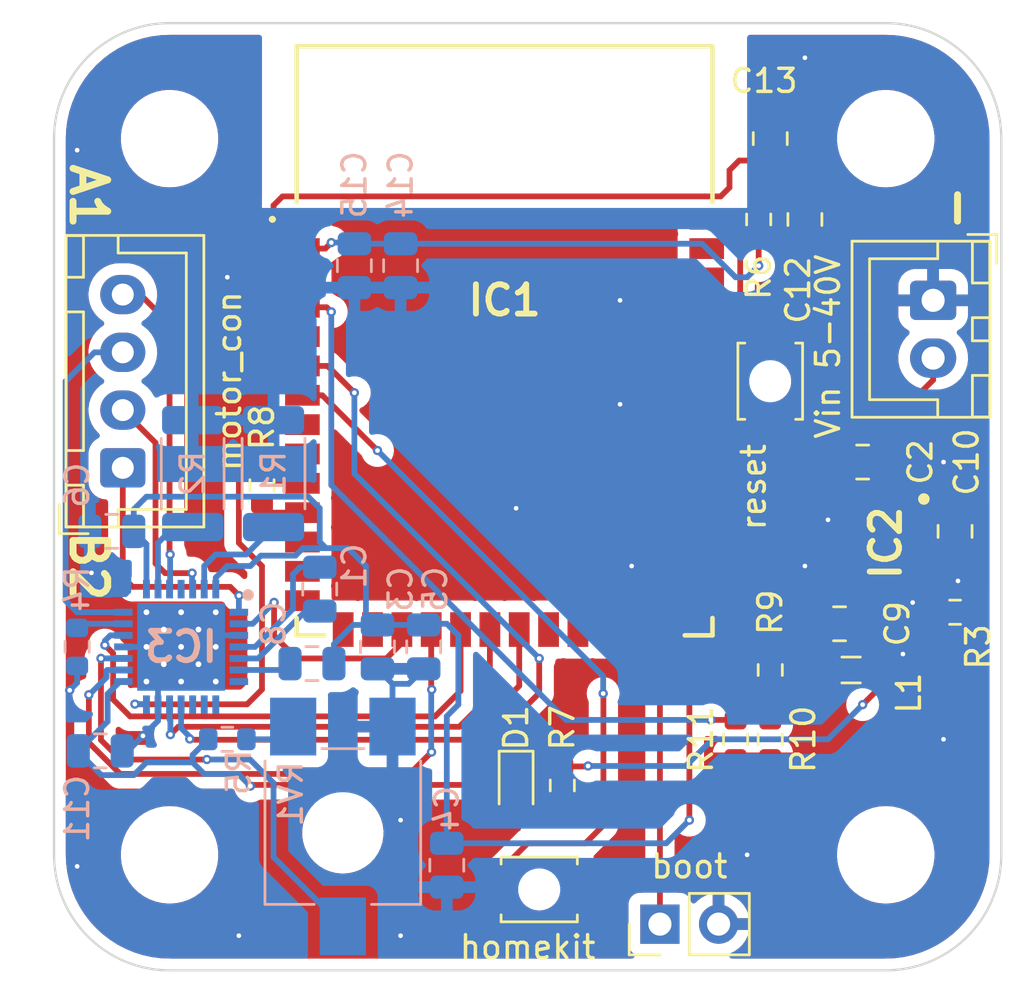
<source format=kicad_pcb>
(kicad_pcb (version 20211014) (generator pcbnew)
  (title_block (comment 4 "AISLER Project ID: RAMMTZQH"))
  (layers (0 "F.Cu" signal) (31 "B.Cu" signal) (34 "B.Paste" user) (35 "F.Paste" user) (36 "B.SilkS" user "B.Silkscreen") (37 "F.SilkS" user "F.Silkscreen") (38 "B.Mask" user) (39 "F.Mask" user) (44 "Edge.Cuts" user))
  (net 0 "")
  (net 1 "Net-(C1-Pad1)")
  (net 2 "Net-(C1-Pad2)")
  (net 3 "GND")
  (net 4 "/VS_input")
  (net 5 "Net-(C8-Pad1)")
  (net 6 "Net-(C9-Pad1)")
  (net 7 "Net-(C9-Pad2)")
  (net 8 "+3V3")
  (net 9 "/EN")
  (net 10 "/HK_led")
  (net 11 "Net-(D1-Pad2)")
  (net 12 "/ADC_battery")
  (net 14 "/HK-button")
  (net 17 "/TMC_uart")
  (net 18 "Net-(IC1-Pad11)")
  (net 24 "/TMC_en")
  (net 25 "/TMC_step")
  (net 26 "/TMC_dir")
  (net 27 "/TMC_index")
  (net 28 "/TMC_diag")
  (net 34 "Net-(IC1-Pad27)")
  (net 43 "/RX0")
  (net 44 "/TX0")
  (net 48 "Net-(IC2-Pad10)")
  (net 49 "/B2")
  (net 54 "Net-(IC3-Pad17)")
  (net 55 "Net-(IC3-Pad20)")
  (net 56 "/A2")
  (net 57 "Net-(IC3-Pad23)")
  (net 58 "/A1")
  (net 60 "/B1")
  (net 61 "Net-(IC3-Pad27)")
  (net 62 "Net-(R5-Pad2)")
  (footprint "Capacitor_SMD:C_0805_2012Metric" (layer "F.Cu") (at 127.5 103.5 90)
    (fp_text reference "C12")
    (fp_text value "1uF")
  )
  (footprint "Button_Switch_SMD:SW_SPST_B3U-1000P-B" (layer "F.Cu") (at 126 110.5 -90)
    (fp_text reference "SW1" hide)
    (fp_text value "reset")
  )
  (footprint "SamacSys_Parts:SON50P300X300X80-11N-D" (layer "F.Cu") (at 131 117.5 -90)
    (fp_text reference "IC2")
    (fp_text value "LT3973EDD-3.3#PBF" hide)
  )
  (footprint "Resistor_SMD:R_0603_1608Metric" (layer "F.Cu") (at 126 126 -90)
    (fp_text reference "R10")
    (fp_text value "12k")
  )
  (footprint "MountingHole:MountingHole_3.2mm_M3" (layer "F.Cu") (at 131 100)
    (fp_text reference "H2")
    (fp_text value "MountingHole")
  )
  (footprint "LED_SMD:LED_0603_1608Metric" (layer "F.Cu") (at 115 128 -90)
    (fp_text reference "D1")
    (fp_text value "LED green")
  )
  (footprint "Connector_JST:JST_XH_B4B-XH-A_1x04_P2.50mm_Vertical" (layer "F.Cu") (at 97.975 114.25 90)
    (fp_text reference "J2")
    (fp_text value "motor_con")
  )
  (footprint "Resistor_SMD:R_0603_1608Metric" (layer "F.Cu") (at 126 123 -90)
    (fp_text reference "R9")
    (fp_text value "33k")
  )
  (footprint "Capacitor_SMD:C_0805_2012Metric" (layer "F.Cu") (at 129 121 180)
    (fp_text reference "C9")
    (fp_text value "0.47uF")
  )
  (footprint "Resistor_SMD:R_0603_1608Metric" (layer "F.Cu") (at 134 120.5)
    (fp_text reference "R3")
    (fp_text value "215k")
  )
  (footprint "Inductor_SMD:L_0805_2012Metric" (layer "F.Cu") (at 129.5 123)
    (fp_text reference "L1")
    (fp_text value "15uH")
  )
  (footprint "Capacitor_SMD:C_0805_2012Metric" (layer "F.Cu") (at 126 100 90)
    (fp_text reference "C13")
    (fp_text value "0.1uF")
  )
  (footprint "Button_Switch_SMD:SW_SPST_B3U-1000P-B" (layer "F.Cu") (at 116 132.5)
    (fp_text reference "SW2")
    (fp_text value "homekit")
  )
  (footprint "Resistor_SMD:R_0603_1608Metric" (layer "F.Cu") (at 104 115 90)
    (fp_text reference "R8")
    (fp_text value "10k")
  )
  (footprint "Resistor_SMD:R_0603_1608Metric" (layer "F.Cu") (at 125.5 103.5 90)
    (fp_text reference "R6")
    (fp_text value "10k")
  )
  (footprint "MountingHole:MountingHole_3.2mm_M3" (layer "F.Cu") (at 100 100)
    (fp_text reference "H1")
    (fp_text value "MountingHole")
  )
  (footprint "SamacSys_Parts:ESP32S3WROOM1N4R2" (layer "F.Cu") (at 114.5 109)
    (fp_text reference "IC1")
    (fp_text value "ESP32-S3-WROOM-1-N4R2" hide)
  )
  (footprint "Capacitor_SMD:C_0805_2012Metric" (layer "F.Cu") (at 130 114)
    (fp_text reference "C2")
    (fp_text value "4.7uF")
  )
  (footprint "Connector_JST:JST_XH_B2B-XH-A_1x02_P2.50mm_Vertical" (layer "F.Cu") (at 133.05 107 -90)
    (fp_text reference "J1")
    (fp_text value "Vin 5-40V")
  )
  (footprint "Resistor_SMD:R_0603_1608Metric" (layer "F.Cu") (at 117 128 90)
    (fp_text reference "R7")
    (fp_text value "110")
  )
  (footprint "MountingHole:MountingHole_3.2mm_M3" (layer "F.Cu") (at 100 131)
    (fp_text reference "H3")
    (fp_text value "MountingHole")
  )
  (footprint "MountingHole:MountingHole_3.2mm_M3" (layer "F.Cu") (at 131 131)
    (fp_text reference "H4")
    (fp_text value "MountingHole")
  )
  (footprint "Resistor_SMD:R_0603_1608Metric" (layer "F.Cu") (at 124.5 126 -90)
    (fp_text reference "R11")
    (fp_text value "100k")
  )
  (footprint "Connector_PinHeader_2.54mm:PinHeader_1x02_P2.54mm_Vertical" (layer "F.Cu") (at 121.225 134 90)
    (fp_text reference "J3")
    (fp_text value "boot")
  )
  (footprint "Capacitor_SMD:C_0805_2012Metric" (layer "F.Cu") (at 134 117 90)
    (fp_text reference "C10")
    (fp_text value "22uF")
  )
  (footprint "Capacitor_SMD:C_0805_2012Metric" (layer "B.Cu") (at 111 122 90)
    (fp_text reference "C5")
    (fp_text value "1uF/50V")
  )
  (footprint "Capacitor_SMD:C_0805_2012Metric" (layer "B.Cu") (at 106.5 119.5 -90)
    (fp_text reference "C1")
    (fp_text value "22nF/50V")
  )
  (footprint "Capacitor_SMD:C_0805_2012Metric" (layer "B.Cu") (at 109 122 -90)
    (fp_text reference "C3")
    (fp_text value "100nF/50V")
  )
  (footprint "Capacitor_SMD:C_0805_2012Metric" (layer "B.Cu") (at 106.165009 122.72388)
    (fp_text reference "C8")
    (fp_text value "100nF/50V")
  )
  (footprint "SamacSys_Parts:QFN50P500X500X90-29N" (layer "B.Cu") (at 100.5 122 180)
    (fp_text reference "IC3")
    (fp_text value "TMC2209-LA" hide)
  )
  (footprint "Resistor_SMD:R_0603_1608Metric" (layer "B.Cu") (at 96 122 -90)
    (fp_text reference "R4")
    (fp_text value "100k")
  )
  (footprint "Resistor_SMD:R_0603_1608Metric" (layer "B.Cu") (at 102.5 126)
    (fp_text reference "R5")
    (fp_text value "20k")
  )
  (footprint "Capacitor_SMD:C_0805_2012Metric" (layer "B.Cu") (at 108 105.5 90)
    (fp_text reference "C15")
    (fp_text value "0.1uF")
  )
  (footprint "Capacitor_SMD:C_0805_2012Metric" (layer "B.Cu") (at 97 126.5)
    (fp_text reference "C11")
    (fp_text value "100nF/10V")
  )
  (footprint "Resistor_SMD:R_2010_5025Metric" (layer "B.Cu") (at 101 114.5 90)
    (fp_text reference "R2")
    (fp_text value "0R11")
  )
  (footprint "Capacitor_SMD:C_0805_2012Metric" (layer "B.Cu") (at 97.5 117)
    (fp_text reference "C6")
    (fp_text value "1uF/50V")
  )
  (footprint "Potentiometer_SMD:Potentiometer_ACP_CA6-VSMD_Vertical_Hole" (layer "B.Cu") (at 107.5 129.775 -90)
    (fp_text reference "RV1")
    (fp_text value "20k")
  )
  (footprint "Capacitor_SMD:C_0805_2012Metric" (layer "B.Cu") (at 110 105.5 -90)
    (fp_text reference "C14")
    (fp_text value "22uF")
  )
  (footprint "Capacitor_SMD:C_0805_2012Metric" (layer "B.Cu") (at 112 131.45 -90)
    (fp_text reference "C4")
    (fp_text value "100nF/50V")
  )
  (footprint "Resistor_SMD:R_2010_5025Metric" (layer "B.Cu") (at 104.5 114.5 90)
    (fp_text reference "R1")
    (fp_text value "0R11")
  )
  (gr_arc (start 131 95) (mid 134.535534 96.464466) (end 136 100) (layer "Edge.Cuts") (width 0.1))
  (gr_arc (start 100 136) (mid 96.464466 134.535534) (end 95 131) (layer "Edge.Cuts") (width 0.1))
  (gr_arc (start 136 131) (mid 134.535534 134.535534) (end 131 136) (layer "Edge.Cuts") (width 0.1))
  (gr_arc (start 95 100) (mid 96.464466 96.464466) (end 100 95) (layer "Edge.Cuts") (width 0.1))
  (gr_line (start 136 131) (end 136 100) (layer "Edge.Cuts") (width 0.1))
  (gr_line (start 100 136) (end 131 136) (layer "Edge.Cuts") (width 0.1))
  (gr_line (start 131 95) (end 100 95) (layer "Edge.Cuts") (width 0.1))
  (gr_line (start 95 100) (end 95 131) (layer "Edge.Cuts") (width 0.1))
  (gr_text "A1" (at 96.5 102.5 270) (layer "F.SilkS") (effects (font (size 1.5 1.5) (thickness 0.3))))
  (gr_text "-" (at 134 103 90) (layer "F.SilkS") (effects (font (size 1.5 1.5) (thickness 0.3))))
  (gr_text "B2" (at 96.5 118.5 270) (layer "F.SilkS") (effects (font (size 1.5 1.5) (thickness 0.3))))
  (segment (start 103 122) (end 103.699022 122) (width 0.25) (layer "B.Cu") (net 1))
  (segment (start 105.342541 120.356481) (end 105.342541 118.857336) (width 0.25) (layer "B.Cu") (net 1))
  (segment (start 105.649877 118.55) (end 106.5 118.55) (width 0.25) (layer "B.Cu") (net 1))
  (segment (start 105.342541 118.857336) (end 105.649877 118.55) (width 0.25) (layer "B.Cu") (net 1))
  (segment (start 103.699022 122) (end 105.342541 120.356481) (width 0.25) (layer "B.Cu") (net 1))
  (segment (start 103.83474 122.5) (end 105.88474 120.45) (width 0.25) (layer "B.Cu") (net 2))
  (segment (start 103 122.5) (end 103.83474 122.5) (width 0.25) (layer "B.Cu") (net 2))
  (segment (start 105.88474 120.45) (end 106.5 120.45) (width 0.25) (layer "B.Cu") (net 2))
  (segment (start 130 116) (end 129 116) (width 0.25) (layer "F.Cu") (net 3))
  (segment (start 129 116) (end 128.5 116.5) (width 0.25) (layer "F.Cu") (net 3))
  (via (at 96.618702 118.795568) (size 0.4) (drill 0.2) (layers "F.Cu" "B.Cu") (net 3))
  (via (at 119.5 111.5) (size 0.4) (drill 0.2) (layers "F.Cu" "B.Cu") (net 3))
  (via (at 99.75 121.25) (size 0.5) (drill 0.25) (layers "F.Cu" "B.Cu") (net 3))
  (via (at 100.5 123.5) (size 0.5) (drill 0.25) (layers "F.Cu" "B.Cu") (net 3))
  (via (at 101.25 122.75) (size 0.5) (drill 0.25) (layers "F.Cu" "B.Cu") (net 3))
  (via (at 102 120.5) (size 0.5) (drill 0.25) (layers "F.Cu" "B.Cu") (net 3))
  (via (at 125 131) (size 0.4) (drill 0.2) (layers "F.Cu" "B.Cu") (net 3))
  (via (at 115 116) (size 0.4) (drill 0.2) (layers "F.Cu" "B.Cu") (net 3))
  (via (at 133.5 114) (size 0.4) (drill 0.2) (layers "F.Cu" "B.Cu") (net 3))
  (via (at 110 134.5) (size 0.4) (drill 0.2) (layers "F.Cu" "B.Cu") (net 3))
  (via (at 134.125474 119.144247) (size 0.4) (drill 0.2) (layers "F.Cu" "B.Cu") (net 3))
  (via (at 96 100.5) (size 0.4) (drill 0.2) (layers "F.Cu" "B.Cu") (net 3))
  (via (at 96 131.5) (size 0.4) (drill 0.2) (layers "F.Cu" "B.Cu") (net 3))
  (via (at 102.5 106) (size 0.4) (drill 0.2) (layers "F.Cu" "B.Cu") (net 3))
  (via (at 120 118.5) (size 0.4) (drill 0.2) (layers "F.Cu" "B.Cu") (net 3))
  (via (at 132.164686 120.080677) (size 0.4) (drill 0.2) (layers "F.Cu" "B.Cu") (net 3))
  (via (at 100.5 122) (size 0.5) (drill 0.25) (layers "F.Cu" "B.Cu") (net 3))
  (via (at 98.849511 125.849511) (size 0.4) (drill 0.2) (layers "F.Cu" "B.Cu") (net 3))
  (via (at 99 122) (size 0.5) (drill 0.25) (layers "F.Cu" "B.Cu") (net 3))
  (via (at 95.677521 123.877556) (size 0.4) (drill 0.2) (layers "F.Cu" "B.Cu") (net 3))
  (via (at 127.5 118.5) (size 0.4) (drill 0.2) (layers "F.Cu" "B.Cu") (net 3))
  (via (at 101.25 121.25) (size 0.5) (drill 0.25) (layers "F.Cu" "B.Cu") (net 3))
  (via (at 99 120.5) (size 0.5) (drill 0.25) (layers "F.Cu" "B.Cu") (net 3))
  (via (at 103 134.5) (size 0.4) (drill 0.2) (layers "F.Cu" "B.Cu") (net 3))
  (via (at 99 123.5) (size 0.5) (drill 0.25) (layers "F.Cu" "B.Cu") (net 3))
  (via (at 128.5 116.5) (size 0.4) (drill 0.2) (layers "F.Cu" "B.Cu") (net 3))
  (via (at 102 123.5) (size 0.5) (drill 0.25) (layers "F.Cu" "B.Cu") (net 3))
  (via (at 131.742633 122.309644) (size 0.4) (drill 0.2) (layers "F.Cu" "B.Cu") (net 3))
  (via (at 133.5 126) (size 0.4) (drill 0.2) (layers "F.Cu" "B.Cu") (net 3))
  (via (at 99.75 122.75) (size 0.5) (drill 0.25) (layers "F.Cu" "B.Cu") (net 3))
  (via (at 100.5 120.5) (size 0.5) (drill 0.25) (layers "F.Cu" "B.Cu") (net 3))
  (via (at 119.5 107) (size 0.4) (drill 0.2) (layers "F.Cu" "B.Cu") (net 3))
  (via (at 102 122) (size 0.5) (drill 0.25) (layers "F.Cu" "B.Cu") (net 3))
  (via (at 110 129.5) (size 0.4) (drill 0.2) (layers "F.Cu" "B.Cu") (net 3))
  (via (at 127.5 96.5) (size 0.4) (drill 0.2) (layers "F.Cu" "B.Cu") (net 3))
  (segment (start 99.5 124.5) (end 99.5 123.800978) (width 0.25) (layer "B.Cu") (net 3))
  (segment (start 102.300978 121.5) (end 102 121.800978) (width 0.25) (layer "B.Cu") (net 3))
  (segment (start 96 123.555077) (end 95.677521 123.877556) (width 0.25) (layer "B.Cu") (net 3))
  (segment (start 98.849511 125.849511) (end 99.5 125.199022) (width 0.25) (layer "B.Cu") (net 3))
  (segment (start 102 121.800978) (end 102 122) (width 0.25) (layer "B.Cu") (net 3))
  (segment (start 109.65 123.6) (end 109 122.95) (width 0.25) (layer "B.Cu") (net 3))
  (segment (start 103 121.5) (end 102.300978 121.5) (width 0.25) (layer "B.Cu") (net 3))
  (segment (start 109.65 123.6) (end 110.35 123.6) (width 0.25) (layer "B.Cu") (net 3))
  (segment (start 99.5 123.800978) (end 99.199022 123.5) (width 0.25) (layer "B.Cu") (net 3))
  (segment (start 110.35 123.6) (end 111 122.95) (width 0.25) (layer "B.Cu") (net 3))
  (segment (start 97.95 126.5) (end 98.199022 126.5) (width 0.25) (layer "B.Cu") (net 3))
  (segment (start 98.199022 126.5) (end 98.849511 125.849511) (width 0.25) (layer "B.Cu") (net 3))
  (segment (start 98 122) (end 99 122) (width 0.25) (layer "B.Cu") (net 3))
  (segment (start 99.199022 123.5) (end 99 123.5) (width 0.25) (layer "B.Cu") (net 3))
  (segment (start 109.65 125.45) (end 109.65 123.6) (width 0.25) (layer "B.Cu") (net 3))
  (segment (start 96 122.825) (end 96 123.555077) (width 0.25) (layer "B.Cu") (net 3))
  (segment (start 99.5 125.199022) (end 99.5 124.5) (width 0.25) (layer "B.Cu") (net 3))
  (segment (start 133.05 110.45) (end 133.05 109.5) (width 0.25) (layer "F.Cu") (net 4))
  (segment (start 126 122.175) (end 126 117) (width 0.25) (layer "F.Cu") (net 4))
  (segment (start 130.95 114) (end 130.95 112.55) (width 0.25) (layer "F.Cu") (net 4))
  (segment (start 126 122.175) (end 124.325 122.175) (width 0.25) (layer "F.Cu") (net 4))
  (segment (start 130.95 112.55) (end 133.05 110.45) (width 0.25) (layer "F.Cu") (net 4))
  (segment (start 122.5 124) (end 122.5 129.5) (width 0.25) (layer "F.Cu") (net 4))
  (segment (start 131 116) (end 130.5 116) (width 0.25) (layer "F.Cu") (net 4))
  (segment (start 131 114.05) (end 130.95 114) (width 0.25) (layer "F.Cu") (net 4))
  (segment (start 124.325 122.175) (end 122.5 124) (width 0.25) (layer "F.Cu") (net 4))
  (segment (start 126 117) (end 127.95048 115.04952) (width 0.25) (layer "F.Cu") (net 4))
  (segment (start 127.95048 115.04952) (end 130.248542 115.04952) (width 0.25) (layer "F.Cu") (net 4))
  (segment (start 131 116) (end 131 114.05) (width 0.25) (layer "F.Cu") (net 4))
  (segment (start 130.248542 115.04952) (end 130.5 115.300978) (width 0.25) (layer "F.Cu") (net 4))
  (segment (start 130.5 115.300978) (end 130.5 116) (width 0.25) (layer "F.Cu") (net 4))
  (via (at 122.5 129.5) (size 0.4) (drill 0.2) (layers "F.Cu" "B.Cu") (net 4))
  (segment (start 98.45 116.05) (end 98.45 117) (width 0.25) (layer "B.Cu") (net 4))
  (segment (start 110.5 121.05) (end 108.5 121.05) (width 0.25) (layer "B.Cu") (net 4))
  (segment (start 112 125) (end 112.5 124.5) (width 0.25) (layer "B.Cu") (net 4))
  (segment (start 103.94952 118.05048) (end 103.5 118.5) (width 0.25) (layer "B.Cu") (net 4))
  (segment (start 106.77452 117.72548) (end 105.77452 117.72548) (width 0.25) (layer "B.Cu") (net 4))
  (segment (start 112.5 124.5) (end 112.5 121.5) (width 0.25) (layer "B.Cu") (net 4))
  (segment (start 110.55 121) (end 110.5 121.05) (width 0.25) (layer "B.Cu") (net 4))
  (segment (start 99 115.5) (end 98.45 116.05) (width 0.25) (layer "B.Cu") (net 4))
  (segment (start 106 115.5) (end 99 115.5) (width 0.25) (layer "B.Cu") (net 4))
  (segment (start 108.5 121.05) (end 108.5 118.5) (width 0.25) (layer "B.Cu") (net 4))
  (segment (start 112.5 121.5) (end 112 121) (width 0.25) (layer "B.Cu") (net 4))
  (segment (start 102 119) (end 102 119.5) (width 0.25) (layer "B.Cu") (net 4))
  (segment (start 107.115009 122.72388) (end 107.115009 121.884991) (width 0.25) (layer "B.Cu") (net 4))
  (segment (start 112 121) (end 110.55 121) (width 0.25) (layer "B.Cu") (net 4))
  (segment (start 107.72548 117.72548) (end 106.77452 117.72548) (width 0.25) (layer "B.Cu") (net 4))
  (segment (start 121.5 130.5) (end 112 130.5) (width 0.25) (layer "B.Cu") (net 4))
  (segment (start 99 117.55) (end 99 119.5) (width 0.25) (layer "B.Cu") (net 4))
  (segment (start 103.5 118.5) (end 102.5 118.5) (width 0.25) (layer "B.Cu") (net 4))
  (segment (start 106.77452 117.72548) (end 106.5 117.45096) (width 0.25) (layer "B.Cu") (net 4))
  (segment (start 102.5 118.5) (end 102 119) (width 0.25) (layer "B.Cu") (net 4))
  (segment (start 107.95 121.05) (end 109 121.05) (width 0.25) (layer "B.Cu") (net 4))
  (segment (start 108.5 118.5) (end 107.72548 117.72548) (width 0.25) (layer "B.Cu") (net 4))
  (segment (start 107.115009 121.884991) (end 107.95 121.05) (width 0.25) (layer "B.Cu") (net 4))
  (segment (start 122.5 129.5) (end 121.5 130.5) (width 0.25) (layer "B.Cu") (net 4))
  (segment (start 105.44952 118.05048) (end 103.94952 118.05048) (width 0.25) (layer "B.Cu") (net 4))
  (segment (start 98.45 117) (end 99 117.55) (width 0.25) (layer "B.Cu") (net 4))
  (segment (start 106.5 117.45096) (end 106.5 116) (width 0.25) (layer "B.Cu") (net 4))
  (segment (start 105.77452 117.72548) (end 105.44952 118.05048) (width 0.25) (layer "B.Cu") (net 4))
  (segment (start 112 130.5) (end 112 125) (width 0.25) (layer "B.Cu") (net 4))
  (segment (start 106.5 116) (end 106 115.5) (width 0.25) (layer "B.Cu") (net 4))
  (segment (start 103 123) (end 104.938889 123) (width 0.25) (layer "B.Cu") (net 5))
  (segment (start 104.938889 123) (end 105.215009 122.72388) (width 0.25) (layer "B.Cu") (net 5))
  (segment (start 130.5 120.45) (end 130.5 119) (width 0.25) (layer "F.Cu") (net 6))
  (segment (start 129.95 121) (end 130.5 120.45) (width 0.25) (layer "F.Cu") (net 6))
  (segment (start 128.05 121) (end 128.05 122.6125) (width 0.25) (layer "F.Cu") (net 7))
  (segment (start 128.05 121) (end 128.05 119.95) (width 0.25) (layer "F.Cu") (net 7))
  (segment (start 129 119) (end 130 119) (width 0.25) (layer "F.Cu") (net 7))
  (segment (start 128.05 122.6125) (end 128.4375 123) (width 0.25) (layer "F.Cu") (net 7))
  (segment (start 128.05 119.95) (end 129 119) (width 0.25) (layer "F.Cu") (net 7))
  (segment (start 135 105) (end 135 115.05) (width 0.25) (layer "F.Cu") (net 8))
  (segment (start 103.549979 127.97452) (end 116.20048 127.97452) (width 0.25) (layer "F.Cu") (net 8))
  (segment (start 135 115.05) (end 134 116.05) (width 0.25) (layer "F.Cu") (net 8))
  (segment (start 130.5625 123.9375) (end 130.5625 123) (width 0.25) (layer "F.Cu") (net 8))
  (segment (start 125.5 105.5) (end 125.5 104.325) (width 0.25) (layer "F.Cu") (net 8))
  (segment (start 134 116.05) (end 132.686197 117.363803) (width 0.25) (layer "F.Cu") (net 8))
  (segment (start 132 123) (end 130.5625 123) (width 0.25) (layer "F.Cu") (net 8))
  (segment (start 134 121) (end 132 123) (width 0.25) (layer "F.Cu") (net 8))
  (segment (start 127.375 104.325) (end 127.5 104.45) (width 0.25) (layer "F.Cu") (net 8))
  (segment (start 130 124.5) (end 130.5625 123.9375) (width 0.25) (layer "F.Cu") (net 8))
  (segment (start 127.5 104.45) (end 134.45 104.45) (width 0.25) (layer "F.Cu") (net 8))
  (segment (start 117 127.175) (end 118.095398 127.175) (width 0.25) (layer "F.Cu") (net 8))
  (segment (start 132.686197 118.55048) (end 134 119.864283) (width 0.25) (layer "F.Cu") (net 8))
  (segment (start 134 116.05) (end 133.95 116) (width 0.25) (layer "F.Cu") (net 8))
  (segment (start 116.20048 127.97452) (end 117 127.175) (width 0.25) (layer "F.Cu") (net 8))
  (segment (start 106.74 104.76) (end 107 104.5) (width 0.25) (layer "F.Cu") (net 8))
  (segment (start 118.095398 127.175) (end 118.115692 127.154706) (width 0.25) (layer "F.Cu") (net 8))
  (segment (start 130.5625 123) (end 131 122.5625) (width 0.25) (layer "F.Cu") (net 8))
  (segment (start 134 119.864283) (end 134 121) (width 0.25) (layer "F.Cu") (net 8))
  (segment (start 125.5 104.325) (end 127.375 104.325) (width 0.25) (layer "F.Cu") (net 8))
  (segment (start 133.95 116) (end 131.5 116) (width 0.25) (layer "F.Cu") (net 8))
  (segment (start 131 122.5625) (end 131 119) (width 0.25) (layer "F.Cu") (net 8))
  (segment (start 103.499999 128.0245) (end 103.549979 127.97452) (width 0.25) (layer "F.Cu") (net 8))
  (segment (start 132.686197 117.363803) (end 132.686197 118.55048) (width 0.25) (layer "F.Cu") (net 8))
  (segment (start 134.45 104.45) (end 135 105) (width 0.25) (layer "F.Cu") (net 8))
  (segment (start 105.75 104.76) (end 106.74 104.76) (width 0.25) (layer "F.Cu") (net 8))
  (via (at 125.5 105.5) (size 0.4) (drill 0.2) (layers "F.Cu" "B.Cu") (net 8))
  (via (at 107 104.5) (size 0.4) (drill 0.2) (layers "F.Cu" "B.Cu") (net 8))
  (via (at 103.499999 128.0245) (size 0.4) (drill 0.2) (layers "F.Cu" "B.Cu") (net 8))
  (via (at 130 124.5) (size 0.4) (drill 0.2) (layers "F.Cu" "B.Cu") (net 8))
  (via (at 118.115692 127.154706) (size 0.4) (drill 0.2) (layers "F.Cu" "B.Cu") (net 8))
  (segment (start 97.853321 123.5) (end 98 123.5) (width 0.25) (layer "B.Cu") (net 8))
  (segment (start 108 104.55) (end 110 104.55) (width 0.25) (layer "B.Cu") (net 8))
  (segment (start 96.05 126.5) (end 96.05 126.55) (width 0.25) (layer "B.Cu") (net 8))
  (segment (start 101 126.675) (end 101.675 126) (width 0.25) (layer "B.Cu") (net 8))
  (segment (start 96.05 126.55) (end 97.04952 127.54952) (width 0.25) (layer "B.Cu") (net 8))
  (segment (start 96.05 126.5) (end 97.31916 125.23084) (width 0.25) (layer "B.Cu") (net 8))
  (segment (start 97.04952 127.54952) (end 98.45048 127.54952) (width 0.25) (layer "B.Cu") (net 8))
  (segment (start 124.5 106) (end 125 106) (width 0.25) (layer "B.Cu") (net 8))
  (segment (start 107 104.5) (end 107.95 104.5) (width 0.25) (layer "B.Cu") (net 8))
  (segment (start 99 127) (end 101 127) (width 0.25) (layer "B.Cu") (net 8))
  (segment (start 101.499382 127.5) (end 101 127.000618) (width 0.25) (layer "B.Cu") (net 8))
  (segment (start 123.05 104.55) (end 124.5 106) (width 0.25) (layer "B.Cu") (net 8))
  (segment (start 125 106) (end 125.5 105.5) (width 0.25) (layer "B.Cu") (net 8))
  (segment (start 107.95 104.5) (end 108 104.55) (width 0.25) (layer "B.Cu") (net 8))
  (segment (start 97.31916 125.23084) (end 97.31916 124.034161) (width 0.25) (layer "B.Cu") (net 8))
  (segment (start 101 127.000618) (end 101 127) (width 0.25) (layer "B.Cu") (net 8))
  (segment (start 103.499999 128.0245) (end 102.975499 127.5) (width 0.25) (layer "B.Cu") (net 8))
  (segment (start 110 104.55) (end 123.05 104.55) (width 0.25) (layer "B.Cu") (net 8))
  (segment (start 127 126) (end 128.5 126) (width 0.25) (layer "B.Cu") (net 8))
  (segment (start 123.5 126) (end 127 126) (width 0.25) (layer "B.Cu") (net 8))
  (segment (start 102.975499 127.5) (end 101.499382 127.5) (width 0.25) (layer "B.Cu") (net 8))
  (segment (start 122.345294 127.154706) (end 123.5 126) (width 0.25) (layer "B.Cu") (net 8))
  (segment (start 118.115692 127.154706) (end 122.345294 127.154706) (width 0.25) (layer "B.Cu") (net 8))
  (segment (start 98.45048 127.54952) (end 99 127) (width 0.25) (layer "B.Cu") (net 8))
  (segment (start 97.31916 124.034161) (end 97.853321 123.5) (width 0.25) (layer "B.Cu") (net 8))
  (segment (start 101 127) (end 101 126.675) (width 0.25) (layer "B.Cu") (net 8))
  (segment (start 128.5 126) (end 130 124.5) (width 0.25) (layer "B.Cu") (net 8))
  (segment (start 125.5 102.675) (end 125.5 101.45) (width 0.25) (layer "F.Cu") (net 9))
  (segment (start 126 108.8) (end 125.8 108.8) (width 0.25) (layer "F.Cu") (net 9))
  (segment (start 104.5 102.890978) (end 104.5 105.78) (width 0.25) (layer "F.Cu") (net 9))
  (segment (start 104.75 106.03) (end 105.75 106.03) (width 0.25) (layer "F.Cu") (net 9))
  (segment (start 123.855062 102.5) (end 104.890978 102.5) (width 0.25) (layer "F.Cu") (net 9))
  (segment (start 124.23636 102.118702) (end 123.855062 102.5) (width 0.25) (layer "F.Cu") (net 9))
  (segment (start 125.8 108.8) (end 124.70048 107.70048) (width 0.25) (layer "F.Cu") (net 9))
  (segment (start 125.5 101.45) (end 126 100.95) (width 0.25) (layer "F.Cu") (net 9))
  (segment (start 124.65328 100.95) (end 124.23636 101.36692) (width 0.25) (layer "F.Cu") (net 9))
  (segment (start 124.70048 107.70048) (end 124.70048 103.47452) (width 0.25) (layer "F.Cu") (net 9))
  (segment (start 104.5 105.78) (end 104.75 106.03) (width 0.25) (layer "F.Cu") (net 9))
  (segment (start 124.70048 103.47452) (end 125.5 102.675) (width 0.25) (layer "F.Cu") (net 9))
  (segment (start 125.625 102.55) (end 125.5 102.675) (width 0.25) (layer "F.Cu") (net 9))
  (segment (start 127.5 102.55) (end 125.625 102.55) (width 0.25) (layer "F.Cu") (net 9))
  (segment (start 126 100.95) (end 124.65328 100.95) (width 0.25) (layer "F.Cu") (net 9))
  (segment (start 106.329022 106.03) (end 105.75 106.03) (width 0.25) (layer "F.Cu") (net 9))
  (segment (start 104.890978 102.5) (end 104.5 102.890978) (width 0.25) (layer "F.Cu") (net 9))
  (segment (start 124.23636 101.36692) (end 124.23636 102.118702) (width 0.25) (layer "F.Cu") (net 9))
  (segment (start 116 124) (end 116 122.5) (width 0.25) (layer "F.Cu") (net 10))
  (segment (start 115 127.2125) (end 115 125) (width 0.25) (layer "F.Cu") (net 10))
  (segment (start 106.84 109.84) (end 105.75 109.84) (width 0.25) (layer "F.Cu") (net 10))
  (segment (start 108 111) (end 106.84 109.84) (width 0.25) (layer "F.Cu") (net 10))
  (segment (start 115 125) (end 116 124) (width 0.25) (layer "F.Cu") (net 10))
  (via (at 108 111) (size 0.4) (drill 0.2) (layers "F.Cu" "B.Cu") (net 10))
  (via (at 116 122.5) (size 0.4) (drill 0.2) (layers "F.Cu" "B.Cu") (net 10))
  (segment (start 116 122.5) (end 108 114.5) (width 0.25) (layer "B.Cu") (net 10))
  (segment (start 108 113.5) (end 108 111) (width 0.25) (layer "B.Cu") (net 10))
  (segment (start 108 114.5) (end 108 113.5) (width 0.25) (layer "B.Cu") (net 10))
  (segment (start 115.0375 128.825) (end 115 128.7875) (width 0.25) (layer "F.Cu") (net 11))
  (segment (start 117 128.825) (end 115.0375 128.825) (width 0.25) (layer "F.Cu") (net 11))
  (segment (start 124.486478 125.161478) (end 124.5 125.175) (width 0.25) (layer "F.Cu") (net 12))
  (segment (start 105.75 107.3) (end 106.8 107.3) (width 0.25) (layer "F.Cu") (net 12))
  (segment (start 123.429657 125.161478) (end 124.486478 125.161478) (width 0.25) (layer "F.Cu") (net 12))
  (segment (start 106.8 107.3) (end 107 107.5) (width 0.25) (layer "F.Cu") (net 12))
  (segment (start 126 125.175) (end 124.5 125.175) (width 0.25) (layer "F.Cu") (net 12))
  (segment (start 126 123.825) (end 126 125.175) (width 0.25) (layer "F.Cu") (net 12))
  (via (at 107 107.5) (size 0.4) (drill 0.2) (layers "F.Cu" "B.Cu") (net 12))
  (via (at 123.429657 125.161478) (size 0.4) (drill 0.2) (layers "F.Cu" "B.Cu") (net 12))
  (segment (start 117.161478 125.161478) (end 123.429657 125.161478) (width 0.25) (layer "B.Cu") (net 12))
  (segment (start 116 124) (end 117.161478 125.161478) (width 0.25) (layer "B.Cu") (net 12))
  (segment (start 107 107.5) (end 107 115) (width 0.25) (layer "B.Cu") (net 12))
  (segment (start 107 115) (end 116 124) (width 0.25) (layer "B.Cu") (net 12))
  (segment (start 105.75 111.11) (end 106.61 111.11) (width 0.25) (layer "F.Cu") (net 14))
  (segment (start 118.778447 129.721553) (end 118 130.5) (width 0.25) (layer "F.Cu") (net 14))
  (segment (start 106.61 111.11) (end 109 113.5) (width 0.25) (layer "F.Cu") (net 14))
  (segment (start 115.5 130.5) (end 114.3 131.7) (width 0.25) (layer "F.Cu") (net 14))
  (segment (start 114.3 131.7) (end 114.3 132.5) (width 0.25) (layer "F.Cu") (net 14))
  (segment (start 118.768555 124.018984) (end 118.778447 124.028876) (width 0.25) (layer "F.Cu") (net 14))
  (segment (start 118.778447 124.028876) (end 118.778447 129.721553) (width 0.25) (layer "F.Cu") (net 14))
  (segment (start 118 130.5) (end 115.5 130.5) (width 0.25) (layer "F.Cu") (net 14))
  (via (at 118.768555 124.018984) (size 0.4) (drill 0.2) (layers "F.Cu" "B.Cu") (net 14))
  (via (at 109 113.5) (size 0.4) (drill 0.2) (layers "F.Cu" "B.Cu") (net 14))
  (segment (start 118.768555 123.268555) (end 109 113.5) (width 0.25) (layer "B.Cu") (net 14))
  (segment (start 118.768555 124.018984) (end 118.768555 123.268555) (width 0.25) (layer "B.Cu") (net 14))
  (segment (start 104 114.175) (end 103.325 114.175) (width 0.25) (layer "F.Cu") (net 17))
  (segment (start 104 123.842384) (end 103.357949 124.484435) (width 0.25) (layer "F.Cu") (net 17))
  (segment (start 104.745 114.92) (end 104 114.175) (width 0.25) (layer "F.Cu") (net 17))
  (segment (start 103 117.5) (end 104 118.5) (width 0.25) (layer "F.Cu") (net 17))
  (segment (start 103.325 114.175) (end 103 114.5) (width 0.25) (layer "F.Cu") (net 17))
  (segment (start 105.75 114.92) (end 104.745 114.92) (width 0.25) (layer "F.Cu") (net 17))
  (segment (start 103 114.5) (end 103 117.5) (width 0.25) (layer "F.Cu") (net 17))
  (segment (start 98.508935 124.484435) (end 98.5 124.4755) (width 0.25) (layer "F.Cu") (net 17))
  (segment (start 104 118.5) (end 104 123.842384) (width 0.25) (layer "F.Cu") (net 17))
  (segment (start 103.357949 124.484435) (end 98.508935 124.484435) (width 0.25) (layer "F.Cu") (net 17))
  (via (at 98.5 124.4755) (size 0.4) (drill 0.2) (layers "F.Cu" "B.Cu") (net 17))
  (segment (start 98.9755 124.4755) (end 99 124.5) (width 0.25) (layer "B.Cu") (net 17))
  (segment (start 98.5 124.4755) (end 98.9755 124.4755) (width 0.25) (layer "B.Cu") (net 17))
  (segment (start 105.75 116.19) (end 104.365 116.19) (width 0.25) (layer "F.Cu") (net 18))
  (segment (start 104.365 116.19) (end 104 115.825) (width 0.25) (layer "F.Cu") (net 18))
  (segment (start 110.055 121.25) (end 110.055 121.829022) (width 0.25) (layer "F.Cu") (net 24))
  (segment (start 109.384022 122.5) (end 105.5 122.5) (width 0.25) (layer "F.Cu") (net 24))
  (segment (start 104.5245 121.5245) (end 104.5245 120.075062) (width 0.25) (layer "F.Cu") (net 24))
  (segment (start 110.055 121.829022) (end 109.384022 122.5) (width 0.25) (layer "F.Cu") (net 24))
  (segment (start 105.5 122.5) (end 104.5245 121.5245) (width 0.25) (layer "F.Cu") (net 24))
  (via (at 104.5245 120.075062) (size 0.4) (drill 0.2) (layers "F.Cu" "B.Cu") (net 24))
  (segment (start 103.599562 121) (end 103 121) (width 0.25) (layer "B.Cu") (net 24))
  (segment (start 104.5245 120.075062) (end 103.599562 121) (width 0.25) (layer "B.Cu") (net 24))
  (segment (start 97.864282 127.5) (end 110.39252 127.5) (width 0.25) (layer "F.Cu") (net 25))
  (segment (start 111.325 123.828674) (end 111.325 121.25) (width 0.25) (layer "F.Cu") (net 25))
  (segment (start 96.506623 126.142341) (end 97.864282 127.5) (width 0.25) (layer "F.Cu") (net 25))
  (segment (start 110.39252 127.5) (end 111.339231 126.553289) (width 0.25) (layer "F.Cu") (net 25))
  (segment (start 111.345826 123.8495) (end 111.325 123.828674) (width 0.25) (layer "F.Cu") (net 25))
  (segment (start 96.506623 124.072052) (end 96.506623 126.142341) (width 0.25) (layer "F.Cu") (net 25))
  (via (at 111.339231 126.553289) (size 0.4) (drill 0.2) (layers "F.Cu" "B.Cu") (net 25))
  (via (at 111.345826 123.8495) (size 0.4) (drill 0.2) (layers "F.Cu" "B.Cu") (net 25))
  (via (at 96.506623 124.072052) (size 0.4) (drill 0.2) (layers "F.Cu" "B.Cu") (net 25))
  (segment (start 97.275489 123.317254) (end 97.275489 123.025489) (width 0.25) (layer "B.Cu") (net 25))
  (segment (start 97.300978 123) (end 98 123) (width 0.25) (layer "B.Cu") (net 25))
  (segment (start 111.326042 126.5401) (end 111.339231 126.553289) (width 0.25) (layer "B.Cu") (net 25))
  (segment (start 96.520691 124.072052) (end 97.275489 123.317254) (width 0.25) (layer "B.Cu") (net 25))
  (segment (start 111.326042 123.869284) (end 111.326042 126.5401) (width 0.25) (layer "B.Cu") (net 25))
  (segment (start 96.506623 124.072052) (end 96.520691 124.072052) (width 0.25) (layer "B.Cu") (net 25))
  (segment (start 111.345826 123.8495) (end 111.326042 123.869284) (width 0.25) (layer "B.Cu") (net 25))
  (segment (start 97.275489 123.025489) (end 97.300978 123) (width 0.25) (layer "B.Cu") (net 25))
  (segment (start 112.595 121.25) (end 112.595 123.905) (width 0.25) (layer "F.Cu") (net 26))
  (segment (start 98.291264 125.008536) (end 97.555634 124.272906) (width 0.25) (layer "F.Cu") (net 26))
  (segment (start 111.491464 125.008536) (end 98.291264 125.008536) (width 0.25) (layer "F.Cu") (net 26))
  (segment (start 112.595 123.905) (end 111.491464 125.008536) (width 0.25) (layer "F.Cu") (net 26))
  (segment (start 97.555634 124.272906) (end 97.555634 122.277569) (width 0.25) (layer "F.Cu") (net 26))
  (segment (start 97.555634 122.277569) (end 97.200498 121.922433) (width 0.25) (layer "F.Cu") (net 26))
  (via (at 97.200498 121.922433) (size 0.4) (drill 0.2) (layers "F.Cu" "B.Cu") (net 26))
  (segment (start 97.200498 121.736198) (end 97.436696 121.5) (width 0.25) (layer "B.Cu") (net 26))
  (segment (start 97.200498 121.922433) (end 97.200498 121.736198) (width 0.25) (layer "B.Cu") (net 26))
  (segment (start 97.436696 121.5) (end 98 121.5) (width 0.25) (layer "B.Cu") (net 26))
  (segment (start 112.541944 125.458056) (end 113.865 124.135) (width 0.25) (layer "F.Cu") (net 27))
  (segment (start 113.865 124.135) (end 113.865 121.25) (width 0.25) (layer "F.Cu") (net 27))
  (segment (start 100.03676 125.796366) (end 100.37507 125.458056) (width 0.25) (layer "F.Cu") (net 27))
  (segment (start 100.37507 125.458056) (end 112.541944 125.458056) (width 0.25) (layer "F.Cu") (net 27))
  (via (at 100.03676 125.796366) (size 0.4) (drill 0.2) (layers "F.Cu" "B.Cu") (net 27))
  (segment (start 100.03676 125.18676) (end 100 125.15) (width 0.25) (layer "B.Cu") (net 27))
  (segment (start 100.03676 125.796366) (end 100.03676 125.18676) (width 0.25) (layer "B.Cu") (net 27))
  (segment (start 100 125.15) (end 100 124.5) (width 0.25) (layer "B.Cu") (net 27))
  (segment (start 100.909661 126.019783) (end 112.802572 126.019783) (width 0.25) (layer "F.Cu") (net 28))
  (segment (start 112.802572 126.019783) (end 115.135 123.687355) (width 0.25) (layer "F.Cu") (net 28))
  (segment (start 100.8755 125.985622) (end 100.909661 126.019783) (width 0.25) (layer "F.Cu") (net 28))
  (segment (start 115.135 123.687355) (end 115.135 121.25) (width 0.25) (layer "F.Cu") (net 28))
  (via (at 100.8755 125.985622) (size 0.4) (drill 0.2) (layers "F.Cu" "B.Cu") (net 28))
  (segment (start 100.5 125.517834) (end 100.5 124.5) (width 0.25) (layer "B.Cu") (net 28))
  (segment (start 100.8755 125.893334) (end 100.5 125.517834) (width 0.25) (layer "B.Cu") (net 28))
  (segment (start 100.8755 125.985622) (end 100.8755 125.893334) (width 0.25) (layer "B.Cu") (net 28))
  (segment (start 121.225 123.775) (end 123.25 121.75) (width 0.25) (layer "F.Cu") (net 34))
  (segment (start 123.25 121.75) (end 123.25 120) (width 0.25) (layer "F.Cu") (net 34))
  (segment (start 121.225 134) (end 121.225 123.775) (width 0.25) (layer "F.Cu") (net 34))
  (segment (start 132.5 119) (end 132 119) (width 0.25) (layer "F.Cu") (net 48))
  (segment (start 133.175 120.5) (end 133.175 119.675) (width 0.25) (layer "F.Cu") (net 48))
  (segment (start 133.175 119.675) (end 132.5 119) (width 0.25) (layer "F.Cu") (net 48))
  (segment (start 103.004215 119.779353) (end 102.626069 119.401207) (width 0.25) (layer "F.Cu") (net 49))
  (segment (start 102.626069 119.401207) (end 98.401207 119.401207) (width 0.25) (layer "F.Cu") (net 49))
  (segment (start 97.975 118.975) (end 97.975 114.25) (width 0.25) (layer "F.Cu") (net 49))
  (segment (start 98.401207 119.401207) (end 97.975 118.975) (width 0.25) (layer "F.Cu") (net 49))
  (via (at 103.004215 119.779353) (size 0.4) (drill 0.2) (layers "F.Cu" "B.Cu") (net 49))
  (segment (start 103 120.5) (end 103 119.783568) (width 0.25) (layer "B.Cu") (net 49))
  (segment (start 103 119.783568) (end 103.004215 119.779353) (width 0.25) (layer "B.Cu") (net 49))
  (segment (start 97.876423 126.876423) (end 97.031123 126.031123) (width 0.25) (layer "F.Cu") (net 54))
  (segment (start 97.031123 126.031123) (end 97.031123 122.49751) (width 0.25) (layer "F.Cu") (net 54))
  (segment (start 101.613731 126.876423) (end 97.876423 126.876423) (width 0.25) (layer "F.Cu") (net 54))
  (segment (start 101.615654 126.8745) (end 101.613731 126.876423) (width 0.25) (layer "F.Cu") (net 54))
  (via (at 97.031123 122.49751) (size 0.4) (drill 0.2) (layers "F.Cu" "B.Cu") (net 54))
  (via (at 101.615654 126.8745) (size 0.4) (drill 0.2) (layers "F.Cu" "B.Cu") (net 54))
  (segment (start 104.5 127.891333) (end 104.5 131.1) (width 0.25) (layer "B.Cu") (net 54))
  (segment (start 97.031123 122.49751) (end 97.99751 122.49751) (width 0.25) (layer "B.Cu") (net 54))
  (segment (start 103.483167 126.8745) (end 104.5 127.891333) (width 0.25) (layer "B.Cu") (net 54))
  (segment (start 97.99751 122.49751) (end 98 122.5) (width 0.25) (layer "B.Cu") (net 54))
  (segment (start 101.615654 126.8745) (end 103.483167 126.8745) (width 0.25) (layer "B.Cu") (net 54))
  (segment (start 104.5 131.1) (end 107.5 134.1) (width 0.25) (layer "B.Cu") (net 54))
  (segment (start 96.175 121) (end 96 121.175) (width 0.25) (layer "B.Cu") (net 55))
  (segment (start 98 121) (end 96.175 121) (width 0.25) (layer "B.Cu") (net 55))
  (segment (start 95.5 120) (end 95.5 110.5) (width 0.25) (layer "B.Cu") (net 56))
  (segment (start 98 120.5) (end 96 120.5) (width 0.25) (layer "B.Cu") (net 56))
  (segment (start 96 120.5) (end 95.5 120) (width 0.25) (layer "B.Cu") (net 56))
  (segment (start 96.75 109.25) (end 97.975 109.25) (width 0.25) (layer "B.Cu") (net 56))
  (segment (start 95.5 110.5) (end 96.75 109.25) (width 0.25) (layer "B.Cu") (net 56))
  (segment (start 99.5 117.5) (end 100.1875 116.8125) (width 0.25) (layer "B.Cu") (net 57))
  (segment (start 100.1875 116.8125) (end 101 116.8125) (width 0.25) (layer "B.Cu") (net 57))
  (segment (start 99.5 119.5) (end 99.5 117.5) (width 0.25) (layer "B.Cu") (net 57))
  (segment (start 100 117.9755) (end 100.0245 118) (width 0.25) (layer "F.Cu") (net 58))
  (segment (start 100 108.018164) (end 98.731836 106.75) (width 0.25) (layer "F.Cu") (net 58))
  (segment (start 98.731836 106.75) (end 97.975 106.75) (width 0.25) (layer "F.Cu") (net 58))
  (segment (start 98.75 106.75) (end 97.975 106.75) (width 0.25) (layer "F.Cu") (net 58))
  (segment (start 100 108.018164) (end 100 117.9755) (width 0.25) (layer "F.Cu") (net 58))
  (via (at 100.0245 118) (size 0.4) (drill 0.2) (layers "F.Cu" "B.Cu") (net 58))
  (segment (start 100.0245 119.4755) (end 100 119.5) (width 0.25) (layer "B.Cu") (net 58))
  (segment (start 100.0245 118) (end 100.0245 119.4755) (width 0.25) (layer "B.Cu") (net 58))
  (segment (start 99.39292 118.39292) (end 99.39292 113.16792) (width 0.25) (layer "F.Cu") (net 60))
  (segment (start 99.802475 118.802475) (end 99.806718 118.806718) (width 0.25) (layer "F.Cu") (net 60))
  (segment (start 99.39292 113.16792) (end 97.975 111.75) (width 0.25) (layer "F.Cu") (net 60))
  (segment (start 99.806718 118.806718) (end 100.9755 118.806718) (width 0.25) (layer "F.Cu") (net 60))
  (segment (start 99.802475 118.802475) (end 99.39292 118.39292) (width 0.25) (layer "F.Cu") (net 60))
  (via (at 100.9755 118.806718) (size 0.4) (drill 0.2) (layers "F.Cu" "B.Cu") (net 60))
  (segment (start 100.9755 118.806718) (end 100.9755 119.4755) (width 0.25) (layer "B.Cu") (net 60))
  (segment (start 100.9755 119.4755) (end 101 119.5) (width 0.25) (layer "B.Cu") (net 60))
  (segment (start 101.5 118.5) (end 101.5 119.5) (width 0.25) (layer "B.Cu") (net 61))
  (segment (start 104.5 116.8125) (end 103.3125 118) (width 0.25) (layer "B.Cu") (net 61))
  (segment (start 103.3125 118) (end 102 118) (width 0.25) (layer "B.Cu") (net 61))
  (segment (start 102 118) (end 101.5 118.5) (width 0.25) (layer "B.Cu") (net 61))
  (segment (start 103.325 126) (end 104.8 126) (width 0.25) (layer "B.Cu") (net 62))
  (segment (start 104.8 126) (end 105.35 125.45) (width 0.25) (layer "B.Cu") (net 62))
  (zone (net 0) (net_name "") (layers F&B.Cu) (connect_pads (clearance 0)) (min_thickness 0.254)
    (keepout (tracks allowed) (vias allowed) (pads allowed) (copperpour not_allowed) (footprints allowed))
    (fill (thermal_gap 0.508) (thermal_bridge_width 0.508))
    (polygon (pts (xy 125 103) (xy 104 103) (xy 104 94) (xy 125 94)))
  )
  (zone (net 3) (net_name "GND") (layer "F.Cu") (connect_pads (clearance 0.508)) (min_thickness 0.254) (fill yes (thermal_gap 0.508) (thermal_bridge_width 0.508))
    (polygon (pts (xy 137 137) (xy 94 137) (xy 94 94) (xy 137 94)))
  )
  (zone (net 3) (net_name "GND") (layer "B.Cu") (connect_pads (clearance 0.508)) (min_thickness 0.254) (fill yes (thermal_gap 0.508) (thermal_bridge_width 0.508))
    (polygon (pts (xy 137 137) (xy 94 137) (xy 94 94) (xy 137 94)))
  )
)
</source>
